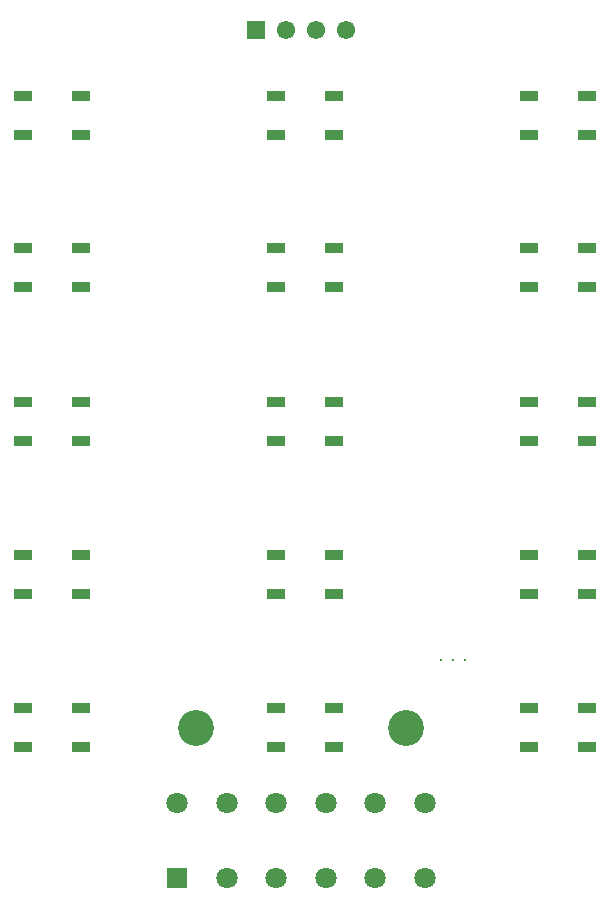
<source format=gbr>
%TF.GenerationSoftware,Altium Limited,Altium Designer,20.0.9 (164)*%
G04 Layer_Color=255*
%FSLAX26Y26*%
%MOIN*%
%TF.FileFunction,Pads,Top*%
%TF.Part,Single*%
G01*
G75*
%TA.AperFunction,SMDPad,CuDef*%
%ADD10R,0.059055X0.035433*%
%TA.AperFunction,ComponentPad*%
%ADD16C,0.070866*%
%ADD17R,0.070866X0.070866*%
%ADD18C,0.119685*%
%ADD19C,0.011811*%
%ADD20R,0.061024X0.061024*%
%ADD21C,0.061024*%
D10*
X3203543Y2815000D02*
D03*
Y2685079D02*
D03*
X3396457D02*
D03*
Y2815000D02*
D03*
X2361043D02*
D03*
Y2685079D02*
D03*
X2553957D02*
D03*
Y2815000D02*
D03*
X1518543D02*
D03*
Y2685079D02*
D03*
X1711457D02*
D03*
Y2815000D02*
D03*
X3203543Y2309961D02*
D03*
Y2180039D02*
D03*
X3396457D02*
D03*
Y2309961D02*
D03*
X2361043D02*
D03*
Y2180039D02*
D03*
X2553957D02*
D03*
Y2309961D02*
D03*
X1518543D02*
D03*
Y2180039D02*
D03*
X1711457D02*
D03*
Y2309961D02*
D03*
X3203543Y1794980D02*
D03*
Y1665059D02*
D03*
X3396457D02*
D03*
Y1794980D02*
D03*
X2361043D02*
D03*
Y1665059D02*
D03*
X2553957D02*
D03*
Y1794980D02*
D03*
X1518543D02*
D03*
Y1665059D02*
D03*
X1711457D02*
D03*
Y1794980D02*
D03*
X3203543Y1284970D02*
D03*
Y1155049D02*
D03*
X3396457D02*
D03*
Y1284970D02*
D03*
X2361043D02*
D03*
Y1155049D02*
D03*
X2553957D02*
D03*
Y1284970D02*
D03*
X1518543D02*
D03*
Y1155049D02*
D03*
X1711457D02*
D03*
Y1284970D02*
D03*
X3203543Y774961D02*
D03*
Y645039D02*
D03*
X3396457D02*
D03*
Y774961D02*
D03*
X2361043D02*
D03*
Y645039D02*
D03*
X2553957D02*
D03*
Y774961D02*
D03*
X1518543D02*
D03*
Y645039D02*
D03*
X1711457D02*
D03*
Y774961D02*
D03*
D16*
X2361075Y210000D02*
D03*
X2526429D02*
D03*
X2196114D02*
D03*
X2691390D02*
D03*
X2856350D02*
D03*
X2361075Y460000D02*
D03*
X2526429D02*
D03*
X2196114D02*
D03*
X2691390D02*
D03*
X2031153D02*
D03*
X2856350D02*
D03*
D17*
X2031153Y210000D02*
D03*
D18*
X2093752Y710000D02*
D03*
X2793752D02*
D03*
D19*
X2909449Y935000D02*
D03*
X2950000D02*
D03*
X2990551D02*
D03*
D20*
X2293752Y3035000D02*
D03*
D21*
X2393752D02*
D03*
X2493752D02*
D03*
X2593752D02*
D03*
%TF.MD5,0942d3786808cb7dc942fd3158ff3a96*%
M02*

</source>
